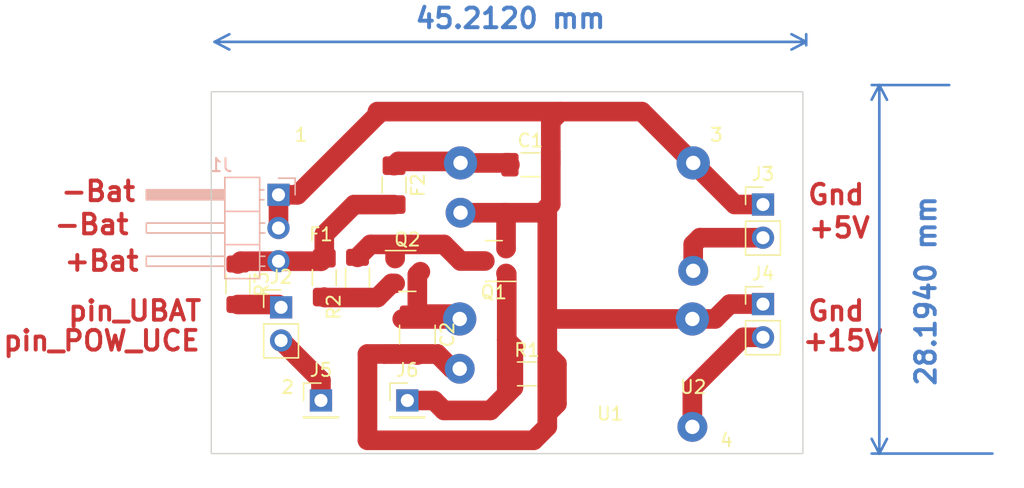
<source format=kicad_pcb>
(kicad_pcb (version 20211014) (generator pcbnew)
  (layers (0 "F.Cu" signal) (31 "B.Cu" signal) (34 "B.Paste" user) (35 "F.Paste" user) (36 "B.SilkS" user "B.Silkscreen") (37 "F.SilkS" user "F.Silkscreen") (38 "B.Mask" user) (39 "F.Mask" user) (44 "Edge.Cuts" user))
  (net 0 "")
  (net 1 "Net-(F1-Pad1)")
  (net 2 "Net-(F1-Pad2)")
  (net 3 "GND")
  (net 4 "Net-(J3-Pad2)")
  (net 5 "Net-(J4-Pad2)")
  (net 6 "Net-(C1-Pad1)")
  (net 7 "Net-(C2-Pad1)")
  (net 8 "Net-(J2-Pad1)")
  (net 9 "Net-(J2-Pad2)")
  (net 10 "Net-(Q1-Pad3)")
  (footprint "Capacitor_SMD:C_1206_3216Metric_Pad1.33x1.80mm_HandSolder" (layer "F.Cu") (at 102.87 37.338)
    (fp_text reference "C1" (at 0 -1.85) (layer "F.SilkS"))
    (fp_text value "10µ")
    (fp_line (start -0.711252 0.91) (end 0.711252 0.91) (layer "F.SilkS") (width 0.12))
    (fp_line (start -0.711252 -0.91) (end 0.711252 -0.91) (layer "F.SilkS") (width 0.12))
    (pad "1" smd roundrect (at -1.5625 0) (size 1.325 1.8) (layers "F.Cu" "F.Paste" "F.Mask") (roundrect_rratio 0.188679) (net 6 "Net-(C1-Pad1)"))
    (pad "2" smd roundrect (at 1.5625 0) (size 1.325 1.8) (layers "F.Cu" "F.Paste" "F.Mask") (roundrect_rratio 0.188679) (net 3 "GND"))
  )
  (footprint "Library:DC-DC-SDB628" (layer "F.Cu") (at 112.7125 61.8375)
    (fp_text reference "U1" (at -3.7465 -5.4495 unlocked) (layer "F.SilkS"))
    (fp_text value "DC-DC-SDB628")
    (pad "1" thru_hole circle (at -15.24 -12.7) (size 2.54 2.54) (drill 1.1) (layers *.Cu *.Mask "B.Paste") (net 7 "Net-(C2-Pad1)"))
    (pad "2" thru_hole circle (at -15.24 -8.89) (size 2.286 2.286) (drill 1.1) (layers *.Cu *.Mask) (net 3 "GND"))
    (pad "3" thru_hole circle (at 2.54 -12.7) (size 2.54 2.54) (drill 1.1) (layers *.Cu *.Mask) (net 3 "GND"))
    (pad "4" thru_hole circle (at 2.54 -4.445) (size 2.286 2.286) (drill 1.1) (layers *.Cu *.Mask) (net 5 "Net-(J4-Pad2)"))
  )
  (footprint "Connector_PinHeader_2.54mm:PinHeader_1x02_P2.54mm_Vertical" (layer "F.Cu") (at 120.65 48.001)
    (fp_text reference "J4" (at 0 -2.33) (layer "F.SilkS"))
    (fp_text value "Pow_Out_15V")
    (fp_line (start 1.33 1.27) (end 1.33 3.87) (layer "F.SilkS") (width 0.12))
    (fp_line (start -1.33 0) (end -1.33 -1.33) (layer "F.SilkS") (width 0.12))
    (fp_line (start -1.33 3.87) (end 1.33 3.87) (layer "F.SilkS") (width 0.12))
    (fp_line (start -1.33 -1.33) (end 0 -1.33) (layer "F.SilkS") (width 0.12))
    (fp_line (start -1.33 1.27) (end 1.33 1.27) (layer "F.SilkS") (width 0.12))
    (fp_line (start -1.33 1.27) (end -1.33 3.87) (layer "F.SilkS") (width 0.12))
    (pad "1" thru_hole rect (at 0 0) (size 1.7 1.7) (drill 1) (layers *.Cu *.Mask) (net 3 "GND"))
    (pad "2" thru_hole oval (at 0 2.54) (size 1.7 1.7) (drill 1) (layers *.Cu *.Mask) (net 5 "Net-(J4-Pad2)"))
  )
  (footprint "MountingHole:MountingHole_2.2mm_M2" (layer "F.Cu") (at 120.65 35.052)
    (fp_text reference "3" (at -3.556 0) (layer "F.SilkS"))
    (fp_text value "MH_M2")
    (pad "" np_thru_hole circle (at 0 0) (size 2.2 2.2) (drill 2.2) (layers *.Cu *.Mask))
    (pad "" np_thru_hole circle (at 0 0) (size 2.2 2.2) (drill 2.2) (layers *.Cu *.Mask))
  )
  (footprint "Library:DC-DC-SDB628" (layer "F.Cu") (at 112.776 49.8995)
    (fp_text reference "U2" (at 2.54 4.445 unlocked) (layer "F.SilkS"))
    (fp_text value "DC-DC-SDB628")
    (pad "1" thru_hole circle (at -15.24 -12.7) (size 2.54 2.54) (drill 1.1) (layers *.Cu *.Mask "B.Paste") (net 6 "Net-(C1-Pad1)"))
    (pad "2" thru_hole circle (at -15.24 -8.89) (size 2.286 2.286) (drill 1.1) (layers *.Cu *.Mask) (net 3 "GND"))
    (pad "3" thru_hole circle (at 2.54 -12.7) (size 2.54 2.54) (drill 1.1) (layers *.Cu *.Mask) (net 3 "GND"))
    (pad "4" thru_hole circle (at 2.54 -4.445) (size 2.286 2.286) (drill 1.1) (layers *.Cu *.Mask) (net 4 "Net-(J3-Pad2)"))
  )
  (footprint "Package_TO_SOT_SMD:SOT-23" (layer "F.Cu") (at 93.472 45.466)
    (fp_text reference "Q2" (at 0 -2.4) (layer "F.SilkS"))
    (fp_text value "AO3407")
    (fp_line (start 0 -1.56) (end 0.65 -1.56) (layer "F.SilkS") (width 0.12))
    (fp_line (start 0 1.56) (end 0.65 1.56) (layer "F.SilkS") (width 0.12))
    (fp_line (start 0 1.56) (end -0.65 1.56) (layer "F.SilkS") (width 0.12))
    (fp_line (start 0 -1.56) (end -1.675 -1.56) (layer "F.SilkS") (width 0.12))
    (pad "1" smd roundrect (at -0.9375 -0.95) (size 1.475 0.6) (layers "F.Cu" "F.Paste" "F.Mask") (net 10 "Net-(Q1-Pad3)"))
    (pad "2" smd roundrect (at -0.9375 0.95) (size 1.475 0.6) (layers "F.Cu" "F.Paste" "F.Mask") (net 1 "Net-(F1-Pad1)"))
    (pad "3" smd roundrect (at 0.9375 0) (size 1.475 0.6) (layers "F.Cu" "F.Paste" "F.Mask") (net 7 "Net-(C2-Pad1)"))
  )
  (footprint "Connector_PinHeader_2.54mm:PinHeader_1x02_P2.54mm_Vertical" (layer "F.Cu") (at 83.82 48.245)
    (fp_text reference "J2" (at 0 -2.33) (layer "F.SilkS"))
    (fp_text value "Ubat_PowUce")
    (fp_line (start -1.33 1.27) (end -1.33 3.87) (layer "F.SilkS") (width 0.12))
    (fp_line (start 1.33 1.27) (end 1.33 3.87) (layer "F.SilkS") (width 0.12))
    (fp_line (start -1.33 0) (end -1.33 -1.33) (layer "F.SilkS") (width 0.12))
    (fp_line (start -1.33 3.87) (end 1.33 3.87) (layer "F.SilkS") (width 0.12))
    (fp_line (start -1.33 -1.33) (end 0 -1.33) (layer "F.SilkS") (width 0.12))
    (fp_line (start -1.33 1.27) (end 1.33 1.27) (layer "F.SilkS") (width 0.12))
    (pad "1" thru_hole rect (at 0 0) (size 1.7 1.7) (drill 1) (layers *.Cu *.Mask) (net 8 "Net-(J2-Pad1)"))
    (pad "2" thru_hole oval (at 0 2.54) (size 1.7 1.7) (drill 1) (layers *.Cu *.Mask) (net 9 "Net-(J2-Pad2)"))
  )
  (footprint "Connector_PinHeader_2.54mm:PinHeader_1x01_P2.54mm_Vertical" (layer "F.Cu") (at 86.868 55.372)
    (fp_text reference "J5" (at 0 -2.33) (layer "F.SilkS"))
    (fp_text value "BR1_1")
    (fp_line (start -1.33 1.27) (end -1.33 1.33) (layer "F.SilkS") (width 0.12))
    (fp_line (start -1.33 1.33) (end 1.33 1.33) (layer "F.SilkS") (width 0.12))
    (fp_line (start -1.33 1.27) (end 1.33 1.27) (layer "F.SilkS") (width 0.12))
    (fp_line (start 1.33 1.27) (end 1.33 1.33) (layer "F.SilkS") (width 0.12))
    (fp_line (start -1.33 -1.33) (end 0 -1.33) (layer "F.SilkS") (width 0.12))
    (fp_line (start -1.33 0) (end -1.33 -1.33) (layer "F.SilkS") (width 0.12))
    (pad "1" thru_hole rect (at 0 0) (size 1.7 1.7) (drill 1) (layers *.Cu *.Mask) (net 9 "Net-(J2-Pad2)"))
  )
  (footprint "Package_TO_SOT_SMD:SOT-23" (layer "F.Cu") (at 100.076 44.704 180)
    (fp_text reference "Q1" (at 0 -2.4) (layer "F.SilkS"))
    (fp_text value "BSS123")
    (fp_line (start 0 -1.56) (end 0.65 -1.56) (layer "F.SilkS") (width 0.12))
    (fp_line (start 0 1.56) (end -0.65 1.56) (layer "F.SilkS") (width 0.12))
    (fp_line (start 0 -1.56) (end -1.675 -1.56) (layer "F.SilkS") (width 0.12))
    (fp_line (start 0 1.56) (end 0.65 1.56) (layer "F.SilkS") (width 0.12))
    (pad "1" smd roundrect (at -0.9375 -0.95 180) (size 1.475 0.6) (layers "F.Cu" "F.Paste" "F.Mask") (net 9 "Net-(J2-Pad2)"))
    (pad "2" smd roundrect (at -0.9375 0.95 180) (size 1.475 0.6) (layers "F.Cu" "F.Paste" "F.Mask") (net 3 "GND"))
    (pad "3" smd roundrect (at 0.9375 0 180) (size 1.475 0.6) (layers "F.Cu" "F.Paste" "F.Mask") (net 10 "Net-(Q1-Pad3)"))
  )
  (footprint "Resistor_SMD:R_1206_3216Metric_Pad1.30x1.75mm_HandSolder" (layer "F.Cu") (at 102.616 53.34)
    (fp_text reference "R1" (at 0 -1.82) (layer "F.SilkS"))
    (fp_text value "20k")
    (fp_line (start -0.727064 0.91) (end 0.727064 0.91) (layer "F.SilkS") (width 0.12))
    (fp_line (start -0.727064 -0.91) (end 0.727064 -0.91) (layer "F.SilkS") (width 0.12))
    (pad "1" smd roundrect (at -1.55 0) (size 1.3 1.75) (layers "F.Cu" "F.Paste" "F.Mask") (roundrect_rratio 0.1923076923) (net 9 "Net-(J2-Pad2)"))
    (pad "2" smd roundrect (at 1.55 0) (size 1.3 1.75) (layers "F.Cu" "F.Paste" "F.Mask") (roundrect_rratio 0.1923076923) (net 3 "GND"))
  )
  (footprint "Resistor_SMD:R_1206_3216Metric_Pad1.30x1.75mm_HandSolder" (layer "F.Cu") (at 80.518 46.482 -90)
    (fp_text reference "R3" (at 0 -1.82 90) (layer "F.SilkS"))
    (fp_text value "1k")
    (fp_line (start -0.727064 -0.91) (end 0.727064 -0.91) (layer "F.SilkS") (width 0.12))
    (fp_line (start -0.727064 0.91) (end 0.727064 0.91) (layer "F.SilkS") (width 0.12))
    (pad "1" smd roundrect (at -1.55 0 270) (size 1.3 1.75) (layers "F.Cu" "F.Paste" "F.Mask") (roundrect_rratio 0.192308) (net 2 "Net-(F1-Pad2)"))
    (pad "2" smd roundrect (at 1.55 0 270) (size 1.3 1.75) (layers "F.Cu" "F.Paste" "F.Mask") (roundrect_rratio 0.192308) (net 8 "Net-(J2-Pad1)"))
  )
  (footprint "MountingHole:MountingHole_2.2mm_M2" (layer "F.Cu") (at 81.28 56.388)
    (fp_text reference "2" (at 3.048 -2.032) (layer "F.SilkS"))
    (fp_text value "MH_M2")
    (pad "" np_thru_hole circle (at 0 0) (size 2.2 2.2) (drill 2.2) (layers *.Cu *.Mask))
    (pad "" np_thru_hole circle (at 0 0) (size 2.2 2.2) (drill 2.2) (layers *.Cu *.Mask))
  )
  (footprint "Fuse:Fuse_1206_3216Metric_Pad1.42x1.75mm_HandSolder" (layer "F.Cu") (at 92.456 38.8985 -90)
    (fp_text reference "F2" (at 0 -1.82 90) (layer "F.SilkS"))
    (fp_text value "0.5A")
    (fp_line (start -0.602064 -0.91) (end 0.602064 -0.91) (layer "F.SilkS") (width 0.12))
    (fp_line (start -0.602064 0.91) (end 0.602064 0.91) (layer "F.SilkS") (width 0.12))
    (pad "1" smd roundrect (at -1.4875 0 270) (size 1.425 1.75) (layers "F.Cu" "F.Paste" "F.Mask") (roundrect_rratio 0.1754392982) (net 6 "Net-(C1-Pad1)"))
    (pad "2" smd roundrect (at 1.4875 0 270) (size 1.425 1.75) (layers "F.Cu" "F.Paste" "F.Mask") (roundrect_rratio 0.1754392982) (net 2 "Net-(F1-Pad2)"))
  )
  (footprint "Connector_PinHeader_2.54mm:PinHeader_1x02_P2.54mm_Vertical" (layer "F.Cu") (at 120.65 40.381)
    (fp_text reference "J3" (at 0 -2.33) (layer "F.SilkS"))
    (fp_text value "Pow_Out_5V")
    (fp_line (start -1.33 3.87) (end 1.33 3.87) (layer "F.SilkS") (width 0.12))
    (fp_line (start 1.33 1.27) (end 1.33 3.87) (layer "F.SilkS") (width 0.12))
    (fp_line (start -1.33 1.27) (end 1.33 1.27) (layer "F.SilkS") (width 0.12))
    (fp_line (start -1.33 0) (end -1.33 -1.33) (layer "F.SilkS") (width 0.12))
    (fp_line (start -1.33 1.27) (end -1.33 3.87) (layer "F.SilkS") (width 0.12))
    (fp_line (start -1.33 -1.33) (end 0 -1.33) (layer "F.SilkS") (width 0.12))
    (pad "1" thru_hole rect (at 0 0) (size 1.7 1.7) (drill 1) (layers *.Cu *.Mask) (net 3 "GND"))
    (pad "2" thru_hole oval (at 0 2.54) (size 1.7 1.7) (drill 1) (layers *.Cu *.Mask) (net 4 "Net-(J3-Pad2)"))
  )
  (footprint "MountingHole:MountingHole_2.2mm_M2" (layer "F.Cu") (at 81.534 34.798)
    (fp_text reference "1" (at 3.81 0.254) (layer "F.SilkS"))
    (fp_text value "MH_M2")
    (pad "" np_thru_hole circle (at 0 0) (size 2.2 2.2) (drill 2.2) (layers *.Cu *.Mask))
    (pad "" np_thru_hole circle (at 0 0) (size 2.2 2.2) (drill 2.2) (layers *.Cu *.Mask))
  )
  (footprint "Resistor_SMD:R_1206_3216Metric_Pad1.30x1.75mm_HandSolder" (layer "F.Cu") (at 89.662 45.974 90)
    (fp_text reference "R2" (at -2.243 -1.818 90) (layer "F.SilkS"))
    (fp_text value "10k")
    (fp_line (start -0.727064 0.91) (end 0.727064 0.91) (layer "F.SilkS") (width 0.12))
    (fp_line (start -0.727064 -0.91) (end 0.727064 -0.91) (layer "F.SilkS") (width 0.12))
    (pad "1" smd roundrect (at -1.55 0 90) (size 1.3 1.75) (layers "F.Cu" "F.Paste" "F.Mask") (roundrect_rratio 0.1923076923) (net 1 "Net-(F1-Pad1)"))
    (pad "2" smd roundrect (at 1.55 0 90) (size 1.3 1.75) (layers "F.Cu" "F.Paste" "F.Mask") (roundrect_rratio 0.1923076923) (net 10 "Net-(Q1-Pad3)"))
  )
  (footprint "MountingHole:MountingHole_2.2mm_M2" (layer "F.Cu") (at 120.396 56.134)
    (fp_text reference "4" (at -2.54 2.286) (layer "F.SilkS"))
    (fp_text value "MH_M2")
    (pad "" np_thru_hole circle (at 0 0) (size 2.2 2.2) (drill 2.2) (layers *.Cu *.Mask))
  )
  (footprint "Capacitor_SMD:C_1210_3225Metric_Pad1.33x2.70mm_HandSolder" (layer "F.Cu") (at 94.234 50.3305 -90)
    (fp_text reference "C2" (at 0 -2.3 90) (layer "F.SilkS"))
    (fp_text value "20µ")
    (fp_line (start -0.711252 -1.36) (end 0.711252 -1.36) (layer "F.SilkS") (width 0.12))
    (fp_line (start -0.711252 1.36) (end 0.711252 1.36) (layer "F.SilkS") (width 0.12))
    (pad "1" smd roundrect (at -1.5625 0 270) (size 1.325 2.7) (layers "F.Cu" "F.Paste" "F.Mask") (roundrect_rratio 0.188679) (net 7 "Net-(C2-Pad1)"))
    (pad "2" smd roundrect (at 1.5625 0 270) (size 1.325 2.7) (layers "F.Cu" "F.Paste" "F.Mask") (roundrect_rratio 0.188679) (net 3 "GND"))
  )
  (footprint "Connector_PinHeader_2.54mm:PinHeader_1x01_P2.54mm_Vertical" (layer "F.Cu") (at 93.472 55.372)
    (fp_text reference "J6" (at 0 -2.33) (layer "F.SilkS"))
    (fp_text value "BR1_2")
    (fp_line (start -1.33 1.27) (end -1.33 1.33) (layer "F.SilkS") (width 0.12))
    (fp_line (start 1.33 1.27) (end 1.33 1.33) (layer "F.SilkS") (width 0.12))
    (fp_line (start -1.33 -1.33) (end 0 -1.33) (layer "F.SilkS") (width 0.12))
    (fp_line (start -1.33 0) (end -1.33 -1.33) (layer "F.SilkS") (width 0.12))
    (fp_line (start -1.33 1.27) (end 1.33 1.27) (layer "F.SilkS") (width 0.12))
    (fp_line (start -1.33 1.33) (end 1.33 1.33) (layer "F.SilkS") (width 0.12))
    (pad "1" thru_hole rect (at 0 0) (size 1.7 1.7) (drill 1) (layers *.Cu *.Mask) (net 9 "Net-(J2-Pad2)"))
  )
  (footprint "Fuse:Fuse_1206_3216Metric_Pad1.42x1.75mm_HandSolder" (layer "F.Cu") (at 87.122 45.974 90)
    (fp_text reference "F1" (at 3.302 -0.254) (layer "F.SilkS"))
    (fp_text value "2A")
    (fp_line (start -0.602064 0.91) (end 0.602064 0.91) (layer "F.SilkS") (width 0.12))
    (fp_line (start -0.602064 -0.91) (end 0.602064 -0.91) (layer "F.SilkS") (width 0.12))
    (pad "1" smd roundrect (at -1.4875 0 90) (size 1.425 1.75) (layers "F.Cu" "F.Paste" "F.Mask") (roundrect_rratio 0.1754392982) (net 1 "Net-(F1-Pad1)"))
    (pad "2" smd roundrect (at 1.4875 0 90) (size 1.425 1.75) (layers "F.Cu" "F.Paste" "F.Mask") (roundrect_rratio 0.1754392982) (net 2 "Net-(F1-Pad2)"))
  )
  (footprint "Connector_PinHeader_2.54mm:PinHeader_1x03_P2.54mm_Horizontal" (layer "B.Cu") (at 83.623 39.639 180)
    (fp_text reference "J1" (at 4.385 2.27) (layer "B.SilkS") (effects (justify mirror)))
    (fp_text value "Batt_In")
    (fp_line (start 1.042929 -2.92) (end 1.44 -2.92) (layer "B.SilkS") (width 0.12))
    (fp_line (start 1.44 -6.41) (end 4.1 -6.41) (layer "B.SilkS") (width 0.12))
    (fp_line (start 10.1 0.38) (end 10.1 -0.38) (layer "B.SilkS") (width 0.12))
    (fp_line (start 1.11 -0.38) (end 1.44 -0.38) (layer "B.SilkS") (width 0.12))
    (fp_line (start 1.11 0.38) (end 1.44 0.38) (layer "B.SilkS") (width 0.12))
    (fp_line (start 1.042929 -5.46) (end 1.44 -5.46) (layer "B.SilkS") (width 0.12))
    (fp_line (start 10.1 -0.38) (end 4.1 -0.38) (layer "B.SilkS") (width 0.12))
    (fp_line (start 1.44 -3.81) (end 4.1 -3.81) (layer "B.SilkS") (width 0.12))
    (fp_line (start 4.1 1.33) (end 1.44 1.33) (layer "B.SilkS") (width 0.12))
    (fp_line (start 4.1 0.32) (end 10.1 0.32) (layer "B.SilkS") (width 0.12))
    (fp_line (start 1.44 -1.27) (end 4.1 -1.27) (layer "B.SilkS") (width 0.12))
    (fp_line (start 10.1 -2.16) (end 10.1 -2.92) (layer "B.SilkS") (width 0.12))
    (fp_line (start 10.1 -2.92) (end 4.1 -2.92) (layer "B.SilkS") (width 0.12))
    (fp_line (start 4.1 -0.16) (end 10.1 -0.16) (layer "B.SilkS") (width 0.12))
    (fp_line (start 4.1 -0.28) (end 10.1 -0.28) (layer "B.SilkS") (width 0.12))
    (fp_line (start 1.44 1.33) (end 1.44 -6.41) (layer "B.SilkS") (width 0.12))
    (fp_line (start 10.1 -5.46) (end 4.1 -5.46) (layer "B.SilkS") (width 0.12))
    (fp_line (start 4.1 -2.16) (end 10.1 -2.16) (layer "B.SilkS") (width 0.12))
    (fp_line (start 4.1 0.08) (end 10.1 0.08) (layer "B.SilkS") (width 0.12))
    (fp_line (start 1.042929 -4.7) (end 1.44 -4.7) (layer "B.SilkS") (width 0.12))
    (fp_line (start 4.1 0.38) (end 10.1 0.38) (layer "B.SilkS") (width 0.12))
    (fp_line (start 4.1 0.2) (end 10.1 0.2) (layer "B.SilkS") (width 0.12))
    (fp_line (start 4.1 -0.04) (end 10.1 -0.04) (layer "B.SilkS") (width 0.12))
    (fp_line (start 1.042929 -2.16) (end 1.44 -2.16) (layer "B.SilkS") (width 0.12))
    (fp_line (start -1.27 1.27) (end 0 1.27) (layer "B.SilkS") (width 0.12))
    (fp_line (start 4.1 -4.7) (end 10.1 -4.7) (layer "B.SilkS") (width 0.12))
    (fp_line (start 10.1 -4.7) (end 10.1 -5.46) (layer "B.SilkS") (width 0.12))
    (fp_line (start 4.1 -6.41) (end 4.1 1.33) (layer "B.SilkS") (width 0.12))
    (fp_line (start -1.27 0) (end -1.27 1.27) (layer "B.SilkS") (width 0.12))
    (pad "1" thru_hole rect (at 0 0 180) (size 1.7 1.7) (drill 1) (layers *.Cu *.Mask) (net 3 "GND"))
    (pad "2" thru_hole oval (at 0 -2.54 180) (size 1.7 1.7) (drill 1) (layers *.Cu *.Mask) (net 3 "GND"))
    (pad "3" thru_hole oval (at 0 -5.08 180) (size 1.7 1.7) (drill 1) (layers *.Cu *.Mask) (net 2 "Net-(F1-Pad2)"))
  )
  (gr_rect (start 78.486 31.75) (end 123.698 59.436) (layer "Edge.Cuts") (width 0.1) (fill none))
  (gr_text "pin_POW_UCE" (at 70.104 50.8) (layer "F.Cu") (effects (font (size 1.5 1.5) (thickness 0.3))))
  (gr_text "-Bat" (at 69.342 41.91) (layer "F.Cu") (effects (font (size 1.5 1.5) (thickness 0.3))))
  (gr_text "pin_UBAT" (at 72.644 48.514) (layer "F.Cu") (effects (font (size 1.5 1.5) (thickness 0.3))))
  (gr_text "+Bat" (at 70.104 44.704) (layer "F.Cu") (effects (font (size 1.5 1.5) (thickness 0.3))))
  (gr_text "-Bat" (at 69.85 39.37) (layer "F.Cu") (effects (font (size 1.5 1.5) (thickness 0.3))))
  (gr_text "Gnd" (at 126.238 39.624) (layer "F.Cu") (effects (font (size 1.5 1.5) (thickness 0.3))))
  (gr_text "Gnd" (at 126.238 48.514) (layer "F.Cu") (effects (font (size 1.5 1.5) (thickness 0.3))))
  (gr_text "+15V" (at 126.746 50.8) (layer "F.Cu") (effects (font (size 1.5 1.5) (thickness 0.3))))
  (gr_text "+5V" (at 126.492 42.164) (layer "F.Cu") (effects (font (size 1.5 1.5) (thickness 0.3))))
  (dimension (type orthogonal) (layer "B.Cu") (pts (xy 78.74 27.94) (xy 123.952 28.702)) (height 0) (orientation 0) (gr_text "45,2120 mm" (at 101.346 26.14) (layer "B.Cu") (effects (font (size 1.5 1.5) (thickness 0.3)))) (format (units 3) (units_format 1) (precision 4)) (style (thickness 0.2) (arrow_length 1.27) (text_position_mode 0) (extension_height 0.58642) (extension_offset 0.5) keep_text_aligned))
  (dimension (type orthogonal) (layer "B.Cu") (pts (xy 138.684 59.436) (xy 135.382 31.242)) (height -9.144) (orientation 1) (gr_text "28,1940 mm" (at 133.096 46.99 90) (layer "B.Cu") (effects (font (size 1.5 1.5) (thickness 0.3)))) (format (units 3) (units_format 1) (precision 4)) (style (thickness 0.2) (arrow_length 1.27) (text_position_mode 2) (extension_height 0.58642) (extension_offset 0.5) keep_text_aligned))
  (segment (start 91.186 47.498) (end 87.1585 47.498) (width 1.5) (layer "F.Cu") (net 1))
  (segment (start 92.268 46.416) (end 91.186 47.498) (width 1.5) (layer "F.Cu") (net 1))
  (segment (start 92.5345 46.416) (end 92.268 46.416) (width 1.5) (layer "F.Cu") (net 1))
  (segment (start 87.1585 47.498) (end 87.122 47.4615) (width 1.5) (layer "F.Cu") (net 1))
  (segment (start 87.122 42.672) (end 89.408 40.386) (width 1.5) (layer "F.Cu") (net 2))
  (segment (start 83.623 44.719) (end 86.8895 44.719) (width 1.5) (layer "F.Cu") (net 2))
  (segment (start 89.408 40.386) (end 92.456 40.386) (width 1.5) (layer "F.Cu") (net 2))
  (segment (start 80.731 44.719) (end 80.518 44.932) (width 1.5) (layer "F.Cu") (net 2))
  (segment (start 87.122 44.4865) (end 87.122 42.672) (width 1.5) (layer "F.Cu") (net 2))
  (segment (start 86.8895 44.719) (end 87.122 44.4865) (width 1.5) (layer "F.Cu") (net 2))
  (segment (start 83.623 44.719) (end 80.731 44.719) (width 1.5) (layer "F.Cu") (net 2))
  (segment (start 97.4725 52.9475) (end 96.8895 52.9475) (width 1.5) (layer "F.Cu") (net 3))
  (segment (start 104.4325 36.3605) (end 104.4325 33.9975) (width 1.5) (layer "F.Cu") (net 3))
  (segment (start 91.694 51.816) (end 90.424 51.816) (width 1.5) (layer "F.Cu") (net 3))
  (segment (start 104.166 49.048) (end 104.166 51.842) (width 1.5) (layer "F.Cu") (net 3))
  (segment (start 104.902 52.578) (end 104.166 51.842) (width 1.5) (layer "F.Cu") (net 3))
  (segment (start 115.316 37.1995) (end 118.4975 40.381) (width 1.5) (layer "F.Cu") (net 3))
  (segment (start 118.4975 40.381) (end 120.65 40.381) (width 1.5) (layer "F.Cu") (net 3))
  (segment (start 101.0135 43.754) (end 101.0135 41.0695) (width 1.5) (layer "F.Cu") (net 3))
  (segment (start 104.4325 40.3475) (end 104.166 40.614) (width 1.5) (layer "F.Cu") (net 3))
  (segment (start 115.2525 49.1375) (end 116.9785 49.1375) (width 1.5) (layer "F.Cu") (net 3))
  (segment (start 96.8895 52.9475) (end 95.758 51.816) (width 1.5) (layer "F.Cu") (net 3))
  (segment (start 104.4325 33.9975) (end 105.156 33.274) (width 1.5) (layer "F.Cu") (net 3))
  (segment (start 91.186 33.528) (end 91.186 33.274) (width 1.5) (layer "F.Cu") (net 3))
  (segment (start 104.4325 37.338) (end 104.4325 36.3605) (width 1.5) (layer "F.Cu") (net 3))
  (segment (start 101.0135 41.0695) (end 100.9535 41.0095) (width 1.5) (layer "F.Cu") (net 3))
  (segment (start 104.166 51.842) (end 104.166 53.34) (width 1.5) (layer "F.Cu") (net 3))
  (segment (start 118.115 48.001) (end 120.65 48.001) (width 1.5) (layer "F.Cu") (net 3))
  (segment (start 94.311 51.816) (end 94.234 51.893) (width 1.5) (layer "F.Cu") (net 3))
  (segment (start 94.157 51.816) (end 91.694 51.816) (width 1.5) (layer "F.Cu") (net 3))
  (segment (start 105.156 33.274) (end 111.3905 33.274) (width 1.5) (layer "F.Cu") (net 3))
  (segment (start 104.166 56.362) (end 104.902 55.626) (width 1.5) (layer "F.Cu") (net 3))
  (segment (start 83.623 39.639) (end 85.075 39.639) (width 1.5) (layer "F.Cu") (net 3))
  (segment (start 111.3905 33.274) (end 115.316 37.1995) (width 1.5) (layer "F.Cu") (net 3))
  (segment (start 95.758 51.816) (end 94.311 51.816) (width 1.5) (layer "F.Cu") (net 3))
  (segment (start 100.9535 41.0095) (end 103.7705 41.0095) (width 1.5) (layer "F.Cu") (net 3))
  (segment (start 91.186 33.274) (end 105.156 33.274) (width 1.5) (layer "F.Cu") (net 3))
  (segment (start 90.424 58.42) (end 103.124 58.42) (width 1.5) (layer "F.Cu") (net 3))
  (segment (start 104.166 53.34) (end 104.166 56.362) (width 1.5) (layer "F.Cu") (net 3))
  (segment (start 95.758 51.816) (end 91.694 51.816) (width 1.5) (layer "F.Cu") (net 3))
  (segment (start 104.166 40.614) (end 104.166 49.048) (width 1.5) (layer "F.Cu") (net 3))
  (segment (start 104.4325 40.3475) (end 104.4325 36.3605) (width 1.5) (layer "F.Cu") (net 3))
  (segment (start 103.7705 41.0095) (end 104.4325 40.3475) (width 1.5) (layer "F.Cu") (net 3))
  (segment (start 104.166 57.378) (end 103.124 58.42) (width 1.5) (layer "F.Cu") (net 3))
  (segment (start 116.9785 49.1375) (end 118.115 48.001) (width 1.5) (layer "F.Cu") (net 3))
  (segment (start 104.166 56.362) (end 104.166 57.378) (width 1.5) (layer "F.Cu") (net 3))
  (segment (start 104.2555 49.1375) (end 104.166 49.048) (width 1.5) (layer "F.Cu") (net 3))
  (segment (start 85.075 39.639) (end 91.186 33.528) (width 1.5) (layer "F.Cu") (net 3))
  (segment (start 104.902 55.626) (end 104.902 52.578) (width 1.5) (layer "F.Cu") (net 3))
  (segment (start 83.623 42.179) (end 83.623 39.639) (width 1.5) (layer "F.Cu") (net 3))
  (segment (start 94.234 51.893) (end 94.157 51.816) (width 1.5) (layer "F.Cu") (net 3))
  (segment (start 115.2525 49.1375) (end 104.2555 49.1375) (width 1.5) (layer "F.Cu") (net 3))
  (segment (start 97.536 41.0095) (end 100.9535 41.0095) (width 1.5) (layer "F.Cu") (net 3))
  (segment (start 90.424 51.816) (end 90.424 58.42) (width 1.5) (layer "F.Cu") (net 3))
  (segment (start 115.316 43.434) (end 115.316 45.4545) (width 1.5) (layer "F.Cu") (net 4))
  (segment (start 120.65 42.921) (end 115.829 42.921) (width 1.5) (layer "F.Cu") (net 4))
  (segment (start 115.829 42.921) (end 115.316 43.434) (width 1.5) (layer "F.Cu") (net 4))
  (segment (start 119.131 50.541) (end 120.65 50.541) (width 1.5) (layer "F.Cu") (net 5))
  (segment (start 115.2525 54.4195) (end 119.131 50.541) (width 1.5) (layer "F.Cu") (net 5))
  (segment (start 115.2525 57.3925) (end 115.2525 54.4195) (width 1.5) (layer "F.Cu") (net 5))
  (segment (start 92.783 37.084) (end 92.456 37.411) (width 1.5) (layer "F.Cu") (net 6))
  (segment (start 97.4205 37.084) (end 92.783 37.084) (width 1.5) (layer "F.Cu") (net 6))
  (segment (start 101.169 37.1995) (end 101.3075 37.338) (width 1.5) (layer "F.Cu") (net 6))
  (segment (start 97.536 37.1995) (end 101.169 37.1995) (width 1.5) (layer "F.Cu") (net 6))
  (segment (start 97.536 37.1995) (end 97.4205 37.084) (width 1.5) (layer "F.Cu") (net 6))
  (segment (start 97.4725 49.1375) (end 93.0795 49.1375) (width 1.5) (layer "F.Cu") (net 7))
  (segment (start 97.103 48.768) (end 94.234 48.768) (width 1.5) (layer "F.Cu") (net 7))
  (segment (start 94.234 45.752528) (end 94.465014 45.521514) (width 1.5) (layer "F.Cu") (net 7))
  (segment (start 94.234 48.768) (end 94.234 45.752528) (width 1.5) (layer "F.Cu") (net 7))
  (segment (start 97.4725 49.1375) (end 97.103 48.768) (width 1.5) (layer "F.Cu") (net 7))
  (segment (start 83.607 48.032) (end 83.82 48.245) (width 1.5) (layer "F.Cu") (net 8))
  (segment (start 80.518 48.032) (end 83.607 48.032) (width 1.5) (layer "F.Cu") (net 8))
  (segment (start 96.266 56.134) (end 95.504 55.372) (width 1.5) (layer "F.Cu") (net 9))
  (segment (start 101.066 54.89) (end 101.066 53.34) (width 1.5) (layer "F.Cu") (net 9))
  (segment (start 99.822 56.134) (end 100.584 55.372) (width 1.5) (layer "F.Cu") (net 9))
  (segment (start 100.584 55.372) (end 101.066 54.89) (width 1.5) (layer "F.Cu") (net 9))
  (segment (start 101.574 51.282) (end 101.066 50.774) (width 1.5) (layer "F.Cu") (net 9))
  (segment (start 83.82 50.785) (end 86.868 53.833) (width 1.5) (layer "F.Cu") (net 9))
  (segment (start 95.504 55.372) (end 93.472 55.372) (width 1.5) (layer "F.Cu") (net 9))
  (segment (start 101.066 45.7065) (end 101.0135 45.654) (width 1.5) (layer "F.Cu") (net 9))
  (segment (start 101.066 53.34) (end 101.066 50.774) (width 1.5) (layer "F.Cu") (net 9))
  (segment (start 101.574 54.382) (end 101.574 51.282) (width 1.5) (layer "F.Cu") (net 9))
  (segment (start 96.266 56.134) (end 99.822 56.134) (width 1.5) (layer "F.Cu") (net 9))
  (segment (start 101.066 50.774) (end 101.066 45.7065) (width 1.5) (layer "F.Cu") (net 9))
  (segment (start 100.584 55.372) (end 101.574 54.382) (width 1.5) (layer "F.Cu") (net 9))
  (segment (start 86.868 53.833) (end 86.868 55.372) (width 1.5) (layer "F.Cu") (net 9))
  (segment (start 96.267635 43.435635) (end 97.536 44.704) (width 1.5) (layer "F.Cu") (net 10))
  (segment (start 92.5345 44.516) (end 92.5345 43.6095) (width 1.5) (layer "F.Cu") (net 10))
  (segment (start 93.216365 43.435635) (end 96.267635 43.435635) (width 1.5) (layer "F.Cu") (net 10))
  (segment (start 92.71 43.434) (end 93.21473 43.434) (width 1.5) (layer "F.Cu") (net 10))
  (segment (start 93.21473 43.434) (end 93.216365 43.435635) (width 1.5) (layer "F.Cu") (net 10))
  (segment (start 90.652 43.434) (end 92.71 43.434) (width 1.5) (layer "F.Cu") (net 10))
  (segment (start 89.662 44.424) (end 90.652 43.434) (width 1.5) (layer "F.Cu") (net 10))
  (segment (start 92.5345 43.6095) (end 92.71 43.434) (width 1.5) (layer "F.Cu") (net 10))
  (segment (start 97.536 44.704) (end 99.3925 44.704) (width 1.5) (layer "F.Cu") (net 10))
)
</source>
